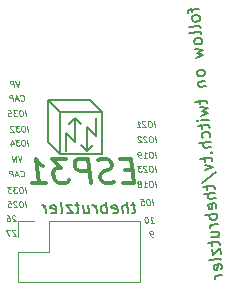
<source format=gbr>
%TF.GenerationSoftware,KiCad,Pcbnew,(5.99.0-10506-gb986797469)*%
%TF.CreationDate,2021-09-09T23:38:44+02:00*%
%TF.ProjectId,ESP31,45535033-312e-46b6-9963-61645f706362,rev?*%
%TF.SameCoordinates,Original*%
%TF.FileFunction,Legend,Bot*%
%TF.FilePolarity,Positive*%
%FSLAX46Y46*%
G04 Gerber Fmt 4.6, Leading zero omitted, Abs format (unit mm)*
G04 Created by KiCad (PCBNEW (5.99.0-10506-gb986797469)) date 2021-09-09 23:38:44*
%MOMM*%
%LPD*%
G01*
G04 APERTURE LIST*
%ADD10C,0.100000*%
%ADD11C,0.300000*%
%ADD12C,0.200000*%
%ADD13C,0.150000*%
%ADD14C,0.120000*%
G04 APERTURE END LIST*
D10*
X106350907Y-99178571D02*
X106377693Y-99202380D01*
X106452098Y-99226190D01*
X106499717Y-99226190D01*
X106568169Y-99202380D01*
X106609836Y-99154761D01*
X106627693Y-99107142D01*
X106639598Y-99011904D01*
X106630669Y-98940476D01*
X106594955Y-98845238D01*
X106565193Y-98797619D01*
X106511622Y-98750000D01*
X106437217Y-98726190D01*
X106389598Y-98726190D01*
X106321145Y-98750000D01*
X106300312Y-98773809D01*
X106148526Y-99083333D02*
X105910431Y-99083333D01*
X106214002Y-99226190D02*
X105984836Y-98726190D01*
X105880669Y-99226190D01*
X105714002Y-99226190D02*
X105651502Y-98726190D01*
X105461026Y-98726190D01*
X105416383Y-98750000D01*
X105395550Y-98773809D01*
X105377693Y-98821428D01*
X105386622Y-98892857D01*
X105416383Y-98940476D01*
X105443169Y-98964285D01*
X105493764Y-98988095D01*
X105684241Y-98988095D01*
X106785431Y-108226190D02*
X106722931Y-107726190D01*
X106389598Y-107726190D02*
X106294360Y-107726190D01*
X106249717Y-107750000D01*
X106208050Y-107797619D01*
X106196145Y-107892857D01*
X106216979Y-108059523D01*
X106252693Y-108154761D01*
X106306264Y-108202380D01*
X106356860Y-108226190D01*
X106452098Y-108226190D01*
X106496741Y-108202380D01*
X106538407Y-108154761D01*
X106550312Y-108059523D01*
X106529479Y-107892857D01*
X106493764Y-107797619D01*
X106440193Y-107750000D01*
X106389598Y-107726190D01*
X105990788Y-107773809D02*
X105964002Y-107750000D01*
X105913407Y-107726190D01*
X105794360Y-107726190D01*
X105749717Y-107750000D01*
X105728883Y-107773809D01*
X105711026Y-107821428D01*
X105716979Y-107869047D01*
X105749717Y-107940476D01*
X106071145Y-108226190D01*
X105761622Y-108226190D01*
X105246741Y-107726190D02*
X105484836Y-107726190D01*
X105538407Y-107964285D01*
X105511622Y-107940476D01*
X105461026Y-107916666D01*
X105341979Y-107916666D01*
X105297336Y-107940476D01*
X105276502Y-107964285D01*
X105258645Y-108011904D01*
X105273526Y-108130952D01*
X105303288Y-108178571D01*
X105330074Y-108202380D01*
X105380669Y-108226190D01*
X105499717Y-108226190D01*
X105544360Y-108202380D01*
X105565193Y-108178571D01*
X117542574Y-110726190D02*
X117447336Y-110726190D01*
X117396741Y-110702380D01*
X117369955Y-110678571D01*
X117313407Y-110607142D01*
X117277693Y-110511904D01*
X117253883Y-110321428D01*
X117271741Y-110273809D01*
X117292574Y-110250000D01*
X117337217Y-110226190D01*
X117432455Y-110226190D01*
X117483050Y-110250000D01*
X117509836Y-110273809D01*
X117539598Y-110321428D01*
X117554479Y-110440476D01*
X117536622Y-110488095D01*
X117515788Y-110511904D01*
X117471145Y-110535714D01*
X117375907Y-110535714D01*
X117325312Y-110511904D01*
X117298526Y-110488095D01*
X117268764Y-110440476D01*
X106350907Y-105578571D02*
X106377693Y-105602380D01*
X106452098Y-105626190D01*
X106499717Y-105626190D01*
X106568169Y-105602380D01*
X106609836Y-105554761D01*
X106627693Y-105507142D01*
X106639598Y-105411904D01*
X106630669Y-105340476D01*
X106594955Y-105245238D01*
X106565193Y-105197619D01*
X106511622Y-105150000D01*
X106437217Y-105126190D01*
X106389598Y-105126190D01*
X106321145Y-105150000D01*
X106300312Y-105173809D01*
X106148526Y-105483333D02*
X105910431Y-105483333D01*
X106214002Y-105626190D02*
X105984836Y-105126190D01*
X105880669Y-105626190D01*
X105714002Y-105626190D02*
X105651502Y-105126190D01*
X105461026Y-105126190D01*
X105416383Y-105150000D01*
X105395550Y-105173809D01*
X105377693Y-105221428D01*
X105386622Y-105292857D01*
X105416383Y-105340476D01*
X105443169Y-105364285D01*
X105493764Y-105388095D01*
X105684241Y-105388095D01*
X106785431Y-100526190D02*
X106722931Y-100026190D01*
X106389598Y-100026190D02*
X106294360Y-100026190D01*
X106249717Y-100050000D01*
X106208050Y-100097619D01*
X106196145Y-100192857D01*
X106216979Y-100359523D01*
X106252693Y-100454761D01*
X106306264Y-100502380D01*
X106356860Y-100526190D01*
X106452098Y-100526190D01*
X106496741Y-100502380D01*
X106538407Y-100454761D01*
X106550312Y-100359523D01*
X106529479Y-100192857D01*
X106493764Y-100097619D01*
X106440193Y-100050000D01*
X106389598Y-100026190D01*
X106008645Y-100026190D02*
X105699122Y-100026190D01*
X105889598Y-100216666D01*
X105818169Y-100216666D01*
X105773526Y-100240476D01*
X105752693Y-100264285D01*
X105734836Y-100311904D01*
X105749717Y-100430952D01*
X105779479Y-100478571D01*
X105806264Y-100502380D01*
X105856860Y-100526190D01*
X105999717Y-100526190D01*
X106044360Y-100502380D01*
X106065193Y-100478571D01*
X105246741Y-100026190D02*
X105484836Y-100026190D01*
X105538407Y-100264285D01*
X105511622Y-100240476D01*
X105461026Y-100216666D01*
X105341979Y-100216666D01*
X105297336Y-100240476D01*
X105276502Y-100264285D01*
X105258645Y-100311904D01*
X105273526Y-100430952D01*
X105303288Y-100478571D01*
X105330074Y-100502380D01*
X105380669Y-100526190D01*
X105499717Y-100526190D01*
X105544360Y-100502380D01*
X105565193Y-100478571D01*
D11*
X115844107Y-105107142D02*
X115177440Y-105107142D01*
X115022678Y-106154761D02*
X115975059Y-106154761D01*
X115725059Y-104154761D01*
X114772678Y-104154761D01*
X114248869Y-106059523D02*
X113975059Y-106154761D01*
X113498869Y-106154761D01*
X113296488Y-106059523D01*
X113189345Y-105964285D01*
X113070297Y-105773809D01*
X113046488Y-105583333D01*
X113117916Y-105392857D01*
X113201250Y-105297619D01*
X113379821Y-105202380D01*
X113748869Y-105107142D01*
X113927440Y-105011904D01*
X114010773Y-104916666D01*
X114082202Y-104726190D01*
X114058392Y-104535714D01*
X113939345Y-104345238D01*
X113832202Y-104250000D01*
X113629821Y-104154761D01*
X113153630Y-104154761D01*
X112879821Y-104250000D01*
X112260773Y-106154761D02*
X112010773Y-104154761D01*
X111248869Y-104154761D01*
X111070297Y-104250000D01*
X110986964Y-104345238D01*
X110915535Y-104535714D01*
X110951250Y-104821428D01*
X111070297Y-105011904D01*
X111177440Y-105107142D01*
X111379821Y-105202380D01*
X112141726Y-105202380D01*
X110201250Y-104154761D02*
X108963154Y-104154761D01*
X109725059Y-104916666D01*
X109439345Y-104916666D01*
X109260773Y-105011904D01*
X109177440Y-105107142D01*
X109106011Y-105297619D01*
X109165535Y-105773809D01*
X109284583Y-105964285D01*
X109391726Y-106059523D01*
X109594107Y-106154761D01*
X110165535Y-106154761D01*
X110344107Y-106059523D01*
X110427440Y-105964285D01*
X107308392Y-106154761D02*
X108451250Y-106154761D01*
X107879821Y-106154761D02*
X107629821Y-104154761D01*
X107856011Y-104440476D01*
X108070297Y-104630952D01*
X108272678Y-104726190D01*
D12*
X116067529Y-108085714D02*
X115686577Y-108085714D01*
X115883005Y-107752380D02*
X115990148Y-108609523D01*
X115954434Y-108704761D01*
X115865148Y-108752380D01*
X115769910Y-108752380D01*
X115436577Y-108752380D02*
X115311577Y-107752380D01*
X115008005Y-108752380D02*
X114942529Y-108228571D01*
X114978244Y-108133333D01*
X115067529Y-108085714D01*
X115210386Y-108085714D01*
X115311577Y-108133333D01*
X115365148Y-108180952D01*
X114144910Y-108704761D02*
X114246101Y-108752380D01*
X114436577Y-108752380D01*
X114525863Y-108704761D01*
X114561577Y-108609523D01*
X114513958Y-108228571D01*
X114454434Y-108133333D01*
X114353244Y-108085714D01*
X114162767Y-108085714D01*
X114073482Y-108133333D01*
X114037767Y-108228571D01*
X114049672Y-108323809D01*
X114537767Y-108419047D01*
X113674672Y-108752380D02*
X113549672Y-107752380D01*
X113597291Y-108133333D02*
X113496101Y-108085714D01*
X113305625Y-108085714D01*
X113216339Y-108133333D01*
X113174672Y-108180952D01*
X113138958Y-108276190D01*
X113174672Y-108561904D01*
X113234196Y-108657142D01*
X113287767Y-108704761D01*
X113388958Y-108752380D01*
X113579434Y-108752380D01*
X113668720Y-108704761D01*
X112769910Y-108752380D02*
X112686577Y-108085714D01*
X112710386Y-108276190D02*
X112650863Y-108180952D01*
X112597291Y-108133333D01*
X112496101Y-108085714D01*
X112400863Y-108085714D01*
X111638958Y-108085714D02*
X111722291Y-108752380D01*
X112067529Y-108085714D02*
X112133005Y-108609523D01*
X112097291Y-108704761D01*
X112008005Y-108752380D01*
X111865148Y-108752380D01*
X111763958Y-108704761D01*
X111710386Y-108657142D01*
X111305625Y-108085714D02*
X110924672Y-108085714D01*
X111121101Y-107752380D02*
X111228244Y-108609523D01*
X111192529Y-108704761D01*
X111103244Y-108752380D01*
X111008005Y-108752380D01*
X110686577Y-108085714D02*
X110162767Y-108085714D01*
X110769910Y-108752380D01*
X110246101Y-108752380D01*
X109722291Y-108752380D02*
X109811577Y-108704761D01*
X109847291Y-108609523D01*
X109740148Y-107752380D01*
X108954434Y-108704761D02*
X109055625Y-108752380D01*
X109246101Y-108752380D01*
X109335386Y-108704761D01*
X109371101Y-108609523D01*
X109323482Y-108228571D01*
X109263958Y-108133333D01*
X109162767Y-108085714D01*
X108972291Y-108085714D01*
X108883005Y-108133333D01*
X108847291Y-108228571D01*
X108859196Y-108323809D01*
X109347291Y-108419047D01*
X108484196Y-108752380D02*
X108400863Y-108085714D01*
X108424672Y-108276190D02*
X108365148Y-108180952D01*
X108311577Y-108133333D01*
X108210386Y-108085714D01*
X108115148Y-108085714D01*
D10*
X117785431Y-106526190D02*
X117722931Y-106026190D01*
X117389598Y-106026190D02*
X117294360Y-106026190D01*
X117249717Y-106050000D01*
X117208050Y-106097619D01*
X117196145Y-106192857D01*
X117216979Y-106359523D01*
X117252693Y-106454761D01*
X117306264Y-106502380D01*
X117356860Y-106526190D01*
X117452098Y-106526190D01*
X117496741Y-106502380D01*
X117538407Y-106454761D01*
X117550312Y-106359523D01*
X117529479Y-106192857D01*
X117493764Y-106097619D01*
X117440193Y-106050000D01*
X117389598Y-106026190D01*
X116761622Y-106526190D02*
X117047336Y-106526190D01*
X116904479Y-106526190D02*
X116841979Y-106026190D01*
X116898526Y-106097619D01*
X116952098Y-106145238D01*
X117002693Y-106169047D01*
X116440193Y-106240476D02*
X116484836Y-106216666D01*
X116505669Y-106192857D01*
X116523526Y-106145238D01*
X116520550Y-106121428D01*
X116490788Y-106073809D01*
X116464002Y-106050000D01*
X116413407Y-106026190D01*
X116318169Y-106026190D01*
X116273526Y-106050000D01*
X116252693Y-106073809D01*
X116234836Y-106121428D01*
X116237812Y-106145238D01*
X116267574Y-106192857D01*
X116294360Y-106216666D01*
X116344955Y-106240476D01*
X116440193Y-106240476D01*
X116490788Y-106264285D01*
X116517574Y-106288095D01*
X116547336Y-106335714D01*
X116559241Y-106430952D01*
X116541383Y-106478571D01*
X116520550Y-106502380D01*
X116475907Y-106526190D01*
X116380669Y-106526190D01*
X116330074Y-106502380D01*
X116303288Y-106478571D01*
X116273526Y-106430952D01*
X116261622Y-106335714D01*
X116279479Y-106288095D01*
X116300312Y-106264285D01*
X116344955Y-106240476D01*
X106985431Y-101826190D02*
X106922931Y-101326190D01*
X106589598Y-101326190D02*
X106494360Y-101326190D01*
X106449717Y-101350000D01*
X106408050Y-101397619D01*
X106396145Y-101492857D01*
X106416979Y-101659523D01*
X106452693Y-101754761D01*
X106506264Y-101802380D01*
X106556860Y-101826190D01*
X106652098Y-101826190D01*
X106696741Y-101802380D01*
X106738407Y-101754761D01*
X106750312Y-101659523D01*
X106729479Y-101492857D01*
X106693764Y-101397619D01*
X106640193Y-101350000D01*
X106589598Y-101326190D01*
X106208645Y-101326190D02*
X105899122Y-101326190D01*
X106089598Y-101516666D01*
X106018169Y-101516666D01*
X105973526Y-101540476D01*
X105952693Y-101564285D01*
X105934836Y-101611904D01*
X105949717Y-101730952D01*
X105979479Y-101778571D01*
X106006264Y-101802380D01*
X106056860Y-101826190D01*
X106199717Y-101826190D01*
X106244360Y-101802380D01*
X106265193Y-101778571D01*
X105714598Y-101373809D02*
X105687812Y-101350000D01*
X105637217Y-101326190D01*
X105518169Y-101326190D01*
X105473526Y-101350000D01*
X105452693Y-101373809D01*
X105434836Y-101421428D01*
X105440788Y-101469047D01*
X105473526Y-101540476D01*
X105794955Y-101826190D01*
X105485431Y-101826190D01*
X106985431Y-103026190D02*
X106922931Y-102526190D01*
X106589598Y-102526190D02*
X106494360Y-102526190D01*
X106449717Y-102550000D01*
X106408050Y-102597619D01*
X106396145Y-102692857D01*
X106416979Y-102859523D01*
X106452693Y-102954761D01*
X106506264Y-103002380D01*
X106556860Y-103026190D01*
X106652098Y-103026190D01*
X106696741Y-103002380D01*
X106738407Y-102954761D01*
X106750312Y-102859523D01*
X106729479Y-102692857D01*
X106693764Y-102597619D01*
X106640193Y-102550000D01*
X106589598Y-102526190D01*
X106208645Y-102526190D02*
X105899122Y-102526190D01*
X106089598Y-102716666D01*
X106018169Y-102716666D01*
X105973526Y-102740476D01*
X105952693Y-102764285D01*
X105934836Y-102811904D01*
X105949717Y-102930952D01*
X105979479Y-102978571D01*
X106006264Y-103002380D01*
X106056860Y-103026190D01*
X106199717Y-103026190D01*
X106244360Y-103002380D01*
X106265193Y-102978571D01*
X105491383Y-102692857D02*
X105533050Y-103026190D01*
X105586622Y-102502380D02*
X105750312Y-102859523D01*
X105440788Y-102859523D01*
X117342574Y-109526190D02*
X117628288Y-109526190D01*
X117485431Y-109526190D02*
X117422931Y-109026190D01*
X117479479Y-109097619D01*
X117533050Y-109145238D01*
X117583645Y-109169047D01*
X116970550Y-109026190D02*
X116922931Y-109026190D01*
X116878288Y-109050000D01*
X116857455Y-109073809D01*
X116839598Y-109121428D01*
X116827693Y-109216666D01*
X116842574Y-109335714D01*
X116878288Y-109430952D01*
X116908050Y-109478571D01*
X116934836Y-109502380D01*
X116985431Y-109526190D01*
X117033050Y-109526190D01*
X117077693Y-109502380D01*
X117098526Y-109478571D01*
X117116383Y-109430952D01*
X117128288Y-109335714D01*
X117113407Y-109216666D01*
X117077693Y-109121428D01*
X117047931Y-109073809D01*
X117021145Y-109050000D01*
X116970550Y-109026190D01*
X106201502Y-97526190D02*
X106097336Y-98026190D01*
X105868169Y-97526190D01*
X105764002Y-98026190D02*
X105701502Y-97526190D01*
X105511026Y-97526190D01*
X105466383Y-97550000D01*
X105445550Y-97573809D01*
X105427693Y-97621428D01*
X105436622Y-97692857D01*
X105466383Y-97740476D01*
X105493169Y-97764285D01*
X105543764Y-97788095D01*
X105734241Y-97788095D01*
X105891741Y-108973809D02*
X105864955Y-108950000D01*
X105814360Y-108926190D01*
X105695312Y-108926190D01*
X105650669Y-108950000D01*
X105629836Y-108973809D01*
X105611979Y-109021428D01*
X105617931Y-109069047D01*
X105650669Y-109140476D01*
X105972098Y-109426190D01*
X105662574Y-109426190D01*
X105171502Y-108926190D02*
X105266741Y-108926190D01*
X105317336Y-108950000D01*
X105344122Y-108973809D01*
X105400669Y-109045238D01*
X105436383Y-109140476D01*
X105460193Y-109330952D01*
X105442336Y-109378571D01*
X105421502Y-109402380D01*
X105376860Y-109426190D01*
X105281622Y-109426190D01*
X105231026Y-109402380D01*
X105204241Y-109378571D01*
X105174479Y-109330952D01*
X105159598Y-109211904D01*
X105177455Y-109164285D01*
X105198288Y-109140476D01*
X105242931Y-109116666D01*
X105338169Y-109116666D01*
X105388764Y-109140476D01*
X105415550Y-109164285D01*
X105445312Y-109211904D01*
X105901741Y-110183809D02*
X105874955Y-110160000D01*
X105824360Y-110136190D01*
X105705312Y-110136190D01*
X105660669Y-110160000D01*
X105639836Y-110183809D01*
X105621979Y-110231428D01*
X105627931Y-110279047D01*
X105660669Y-110350476D01*
X105982098Y-110636190D01*
X105672574Y-110636190D01*
X105443407Y-110136190D02*
X105110074Y-110136190D01*
X105386860Y-110636190D01*
X117547336Y-108026190D02*
X117484836Y-107526190D01*
X117151502Y-107526190D02*
X117056264Y-107526190D01*
X117011622Y-107550000D01*
X116969955Y-107597619D01*
X116958050Y-107692857D01*
X116978883Y-107859523D01*
X117014598Y-107954761D01*
X117068169Y-108002380D01*
X117118764Y-108026190D01*
X117214002Y-108026190D01*
X117258645Y-108002380D01*
X117300312Y-107954761D01*
X117312217Y-107859523D01*
X117291383Y-107692857D01*
X117255669Y-107597619D01*
X117202098Y-107550000D01*
X117151502Y-107526190D01*
X116484836Y-107526190D02*
X116722931Y-107526190D01*
X116776502Y-107764285D01*
X116749717Y-107740476D01*
X116699122Y-107716666D01*
X116580074Y-107716666D01*
X116535431Y-107740476D01*
X116514598Y-107764285D01*
X116496741Y-107811904D01*
X116511622Y-107930952D01*
X116541383Y-107978571D01*
X116568169Y-108002380D01*
X116618764Y-108026190D01*
X116737812Y-108026190D01*
X116782455Y-108002380D01*
X116803288Y-107978571D01*
X117685431Y-101426190D02*
X117622931Y-100926190D01*
X117289598Y-100926190D02*
X117194360Y-100926190D01*
X117149717Y-100950000D01*
X117108050Y-100997619D01*
X117096145Y-101092857D01*
X117116979Y-101259523D01*
X117152693Y-101354761D01*
X117206264Y-101402380D01*
X117256860Y-101426190D01*
X117352098Y-101426190D01*
X117396741Y-101402380D01*
X117438407Y-101354761D01*
X117450312Y-101259523D01*
X117429479Y-101092857D01*
X117393764Y-100997619D01*
X117340193Y-100950000D01*
X117289598Y-100926190D01*
X116890788Y-100973809D02*
X116864002Y-100950000D01*
X116813407Y-100926190D01*
X116694360Y-100926190D01*
X116649717Y-100950000D01*
X116628883Y-100973809D01*
X116611026Y-101021428D01*
X116616979Y-101069047D01*
X116649717Y-101140476D01*
X116971145Y-101426190D01*
X116661622Y-101426190D01*
X116185431Y-101426190D02*
X116471145Y-101426190D01*
X116328288Y-101426190D02*
X116265788Y-100926190D01*
X116322336Y-100997619D01*
X116375907Y-101045238D01*
X116426502Y-101069047D01*
X117785431Y-104026190D02*
X117722931Y-103526190D01*
X117389598Y-103526190D02*
X117294360Y-103526190D01*
X117249717Y-103550000D01*
X117208050Y-103597619D01*
X117196145Y-103692857D01*
X117216979Y-103859523D01*
X117252693Y-103954761D01*
X117306264Y-104002380D01*
X117356860Y-104026190D01*
X117452098Y-104026190D01*
X117496741Y-104002380D01*
X117538407Y-103954761D01*
X117550312Y-103859523D01*
X117529479Y-103692857D01*
X117493764Y-103597619D01*
X117440193Y-103550000D01*
X117389598Y-103526190D01*
X116761622Y-104026190D02*
X117047336Y-104026190D01*
X116904479Y-104026190D02*
X116841979Y-103526190D01*
X116898526Y-103597619D01*
X116952098Y-103645238D01*
X117002693Y-103669047D01*
X116523526Y-104026190D02*
X116428288Y-104026190D01*
X116377693Y-104002380D01*
X116350907Y-103978571D01*
X116294360Y-103907142D01*
X116258645Y-103811904D01*
X116234836Y-103621428D01*
X116252693Y-103573809D01*
X116273526Y-103550000D01*
X116318169Y-103526190D01*
X116413407Y-103526190D01*
X116464002Y-103550000D01*
X116490788Y-103573809D01*
X116520550Y-103621428D01*
X116535431Y-103740476D01*
X116517574Y-103788095D01*
X116496741Y-103811904D01*
X116452098Y-103835714D01*
X116356860Y-103835714D01*
X116306264Y-103811904D01*
X116279479Y-103788095D01*
X116249717Y-103740476D01*
D13*
X120782163Y-91338718D02*
X120815365Y-91718221D01*
X121458744Y-91422927D02*
X120604862Y-91497632D01*
X120514137Y-91553371D01*
X120475000Y-91652397D01*
X120483300Y-91747272D01*
X121520998Y-92134495D02*
X121465259Y-92043770D01*
X121413671Y-92000482D01*
X121314645Y-91961345D01*
X121030018Y-91986246D01*
X120939293Y-92041985D01*
X120896005Y-92093573D01*
X120856868Y-92192599D01*
X120869319Y-92334912D01*
X120925057Y-92425638D01*
X120976645Y-92468925D01*
X121075671Y-92508063D01*
X121360298Y-92483161D01*
X121451024Y-92427423D01*
X121494311Y-92375835D01*
X121533449Y-92276809D01*
X121520998Y-92134495D01*
X121599853Y-93035814D02*
X121544115Y-92945089D01*
X121445089Y-92905951D01*
X120591207Y-92980656D01*
X121645506Y-93557630D02*
X121589768Y-93466905D01*
X121490742Y-93427768D01*
X120636860Y-93502473D01*
X121691159Y-94079447D02*
X121635421Y-93988721D01*
X121583832Y-93945434D01*
X121484806Y-93906296D01*
X121200179Y-93931198D01*
X121109454Y-93986936D01*
X121066166Y-94038525D01*
X121027029Y-94137551D01*
X121039480Y-94279864D01*
X121095218Y-94370589D01*
X121146806Y-94413877D01*
X121245832Y-94453014D01*
X121530460Y-94428113D01*
X121621185Y-94372374D01*
X121664472Y-94320786D01*
X121703610Y-94221760D01*
X121691159Y-94079447D01*
X121085133Y-94801680D02*
X121765864Y-94933328D01*
X121308087Y-95164582D01*
X121799066Y-95312831D01*
X121151537Y-95560686D01*
X121927725Y-96783404D02*
X121871986Y-96692678D01*
X121820398Y-96649391D01*
X121721372Y-96610253D01*
X121436745Y-96635155D01*
X121346020Y-96690893D01*
X121302732Y-96742482D01*
X121263595Y-96841508D01*
X121276046Y-96983821D01*
X121331784Y-97074546D01*
X121383372Y-97117834D01*
X121482398Y-97156971D01*
X121767025Y-97132070D01*
X121857751Y-97076331D01*
X121901038Y-97024743D01*
X121940175Y-96925717D01*
X121927725Y-96783404D01*
X121329999Y-97600513D02*
X121994129Y-97542409D01*
X121424875Y-97592212D02*
X121381587Y-97643801D01*
X121342450Y-97742827D01*
X121354901Y-97885140D01*
X121410639Y-97975865D01*
X121509665Y-98015003D01*
X122031481Y-97969350D01*
X121462808Y-99118524D02*
X121496010Y-99498027D01*
X121143194Y-99289889D02*
X121997075Y-99215185D01*
X122096101Y-99254322D01*
X122151839Y-99345047D01*
X122160140Y-99439923D01*
X121516761Y-99735216D02*
X122197492Y-99866863D01*
X121739715Y-100098118D01*
X122230695Y-100246366D01*
X121583166Y-100494221D01*
X122280498Y-100815620D02*
X121616368Y-100873724D01*
X121284303Y-100902776D02*
X121327591Y-100851188D01*
X121379179Y-100894476D01*
X121335891Y-100946064D01*
X121284303Y-100902776D01*
X121379179Y-100894476D01*
X121645420Y-101205789D02*
X121678622Y-101585292D01*
X121325806Y-101377155D02*
X122179687Y-101302450D01*
X122278713Y-101341587D01*
X122334451Y-101432312D01*
X122342752Y-101527188D01*
X122361718Y-102290344D02*
X122400856Y-102191318D01*
X122384255Y-102001566D01*
X122328516Y-101910841D01*
X122276928Y-101867553D01*
X122177902Y-101828416D01*
X121893275Y-101853318D01*
X121802550Y-101909056D01*
X121759262Y-101960644D01*
X121720125Y-102059670D01*
X121736726Y-102249422D01*
X121792464Y-102340147D01*
X122446509Y-102713134D02*
X121450314Y-102800290D01*
X122483861Y-103140075D02*
X121962045Y-103185728D01*
X121863019Y-103146590D01*
X121807281Y-103055865D01*
X121794830Y-102913551D01*
X121833967Y-102814525D01*
X121877255Y-102762937D01*
X122430488Y-103622754D02*
X122482076Y-103666041D01*
X122525364Y-103614453D01*
X122473776Y-103571166D01*
X122430488Y-103622754D01*
X122525364Y-103614453D01*
X121890286Y-104004622D02*
X121923488Y-104384125D01*
X121570672Y-104175987D02*
X122424553Y-104101282D01*
X122523579Y-104140420D01*
X122579317Y-104231145D01*
X122587618Y-104326021D01*
X121944240Y-104621314D02*
X122629121Y-104800399D01*
X121985742Y-105095692D01*
X121701696Y-106219965D02*
X122907813Y-105254026D01*
X122097800Y-106376514D02*
X122131002Y-106756017D01*
X121778186Y-106547879D02*
X122632067Y-106473174D01*
X122731093Y-106512312D01*
X122786831Y-106603037D01*
X122795132Y-106697913D01*
X122824184Y-107029978D02*
X121827989Y-107117133D01*
X122861536Y-107456918D02*
X122339720Y-107502571D01*
X122240694Y-107463434D01*
X122184955Y-107372709D01*
X122172505Y-107230395D01*
X122211642Y-107131369D01*
X122254930Y-107079781D01*
X122888803Y-108314950D02*
X122927940Y-108215924D01*
X122911339Y-108026172D01*
X122855601Y-107935447D01*
X122756575Y-107896310D01*
X122377072Y-107929512D01*
X122286347Y-107985250D01*
X122247210Y-108084276D01*
X122263811Y-108274028D01*
X122319549Y-108364753D01*
X122418575Y-108403890D01*
X122513451Y-108395590D01*
X122566824Y-107912911D01*
X122977744Y-108785178D02*
X121981549Y-108872334D01*
X122361052Y-108839131D02*
X122321914Y-108938157D01*
X122338516Y-109127909D01*
X122394254Y-109218634D01*
X122445842Y-109261922D01*
X122544868Y-109301059D01*
X122829495Y-109276157D01*
X122920221Y-109220419D01*
X122963508Y-109168831D01*
X123002645Y-109069805D01*
X122986044Y-108880054D01*
X122930306Y-108789328D01*
X123056599Y-109686497D02*
X122392469Y-109744601D01*
X122582221Y-109728000D02*
X122491495Y-109783738D01*
X122448208Y-109835326D01*
X122409070Y-109934352D01*
X122417371Y-110029228D01*
X122483775Y-110788233D02*
X123147905Y-110730129D01*
X122446423Y-110361293D02*
X122968239Y-110315640D01*
X123067265Y-110354777D01*
X123123003Y-110445502D01*
X123135454Y-110587816D01*
X123096317Y-110686842D01*
X123053029Y-110738430D01*
X122512827Y-111120298D02*
X122546029Y-111499801D01*
X122193213Y-111291664D02*
X123047094Y-111216959D01*
X123146120Y-111256096D01*
X123201859Y-111346821D01*
X123210159Y-111441697D01*
X122566781Y-111736990D02*
X122612434Y-112258806D01*
X123230910Y-111678886D01*
X123276563Y-112200703D01*
X123322216Y-112722519D02*
X123266478Y-112631793D01*
X123167452Y-112592656D01*
X122313571Y-112667361D01*
X123341183Y-113485675D02*
X123380320Y-113386649D01*
X123363719Y-113196897D01*
X123307981Y-113106172D01*
X123208955Y-113067035D01*
X122829452Y-113100237D01*
X122738727Y-113155975D01*
X122699589Y-113255001D01*
X122716190Y-113444753D01*
X122771929Y-113535478D01*
X122870955Y-113574615D01*
X122965830Y-113566315D01*
X123019203Y-113083636D01*
X123430124Y-113955903D02*
X122765994Y-114014007D01*
X122955745Y-113997406D02*
X122865020Y-114053144D01*
X122821732Y-114104732D01*
X122782595Y-114203758D01*
X122790895Y-114298634D01*
D10*
X117785431Y-105226190D02*
X117722931Y-104726190D01*
X117389598Y-104726190D02*
X117294360Y-104726190D01*
X117249717Y-104750000D01*
X117208050Y-104797619D01*
X117196145Y-104892857D01*
X117216979Y-105059523D01*
X117252693Y-105154761D01*
X117306264Y-105202380D01*
X117356860Y-105226190D01*
X117452098Y-105226190D01*
X117496741Y-105202380D01*
X117538407Y-105154761D01*
X117550312Y-105059523D01*
X117529479Y-104892857D01*
X117493764Y-104797619D01*
X117440193Y-104750000D01*
X117389598Y-104726190D01*
X116990788Y-104773809D02*
X116964002Y-104750000D01*
X116913407Y-104726190D01*
X116794360Y-104726190D01*
X116749717Y-104750000D01*
X116728883Y-104773809D01*
X116711026Y-104821428D01*
X116716979Y-104869047D01*
X116749717Y-104940476D01*
X117071145Y-105226190D01*
X116761622Y-105226190D01*
X116532455Y-104726190D02*
X116222931Y-104726190D01*
X116413407Y-104916666D01*
X116341979Y-104916666D01*
X116297336Y-104940476D01*
X116276502Y-104964285D01*
X116258645Y-105011904D01*
X116273526Y-105130952D01*
X116303288Y-105178571D01*
X116330074Y-105202380D01*
X116380669Y-105226190D01*
X116523526Y-105226190D01*
X116568169Y-105202380D01*
X116589002Y-105178571D01*
X117785431Y-102726190D02*
X117722931Y-102226190D01*
X117389598Y-102226190D02*
X117294360Y-102226190D01*
X117249717Y-102250000D01*
X117208050Y-102297619D01*
X117196145Y-102392857D01*
X117216979Y-102559523D01*
X117252693Y-102654761D01*
X117306264Y-102702380D01*
X117356860Y-102726190D01*
X117452098Y-102726190D01*
X117496741Y-102702380D01*
X117538407Y-102654761D01*
X117550312Y-102559523D01*
X117529479Y-102392857D01*
X117493764Y-102297619D01*
X117440193Y-102250000D01*
X117389598Y-102226190D01*
X116990788Y-102273809D02*
X116964002Y-102250000D01*
X116913407Y-102226190D01*
X116794360Y-102226190D01*
X116749717Y-102250000D01*
X116728883Y-102273809D01*
X116711026Y-102321428D01*
X116716979Y-102369047D01*
X116749717Y-102440476D01*
X117071145Y-102726190D01*
X116761622Y-102726190D01*
X116514598Y-102273809D02*
X116487812Y-102250000D01*
X116437217Y-102226190D01*
X116318169Y-102226190D01*
X116273526Y-102250000D01*
X116252693Y-102273809D01*
X116234836Y-102321428D01*
X116240788Y-102369047D01*
X116273526Y-102440476D01*
X116594955Y-102726190D01*
X116285431Y-102726190D01*
X106413407Y-103926190D02*
X106309241Y-104426190D01*
X106080074Y-103926190D01*
X105975907Y-104426190D02*
X105913407Y-103926190D01*
X105690193Y-104426190D01*
X105627693Y-103926190D01*
X106785431Y-107026190D02*
X106722931Y-106526190D01*
X106389598Y-106526190D02*
X106294360Y-106526190D01*
X106249717Y-106550000D01*
X106208050Y-106597619D01*
X106196145Y-106692857D01*
X106216979Y-106859523D01*
X106252693Y-106954761D01*
X106306264Y-107002380D01*
X106356860Y-107026190D01*
X106452098Y-107026190D01*
X106496741Y-107002380D01*
X106538407Y-106954761D01*
X106550312Y-106859523D01*
X106529479Y-106692857D01*
X106493764Y-106597619D01*
X106440193Y-106550000D01*
X106389598Y-106526190D01*
X106008645Y-106526190D02*
X105699122Y-106526190D01*
X105889598Y-106716666D01*
X105818169Y-106716666D01*
X105773526Y-106740476D01*
X105752693Y-106764285D01*
X105734836Y-106811904D01*
X105749717Y-106930952D01*
X105779479Y-106978571D01*
X105806264Y-107002380D01*
X105856860Y-107026190D01*
X105999717Y-107026190D01*
X106044360Y-107002380D01*
X106065193Y-106978571D01*
X105532455Y-106526190D02*
X105222931Y-106526190D01*
X105413407Y-106716666D01*
X105341979Y-106716666D01*
X105297336Y-106740476D01*
X105276502Y-106764285D01*
X105258645Y-106811904D01*
X105273526Y-106930952D01*
X105303288Y-106978571D01*
X105330074Y-107002380D01*
X105380669Y-107026190D01*
X105523526Y-107026190D01*
X105568169Y-107002380D01*
X105589002Y-106978571D01*
D14*
%TO.C,J1*%
X106130000Y-111995000D02*
X106130000Y-114595000D01*
X107460000Y-109395000D02*
X106130000Y-109395000D01*
X106130000Y-114595000D02*
X116410000Y-114595000D01*
X108730000Y-109395000D02*
X116410000Y-109395000D01*
X116410000Y-109395000D02*
X116410000Y-114595000D01*
X108730000Y-111995000D02*
X106130000Y-111995000D01*
X108730000Y-109395000D02*
X108730000Y-111995000D01*
X106130000Y-109395000D02*
X106130000Y-110725000D01*
D13*
%TO.C,SM3*%
X108678000Y-102734000D02*
X108678000Y-99178000D01*
X111980000Y-103496000D02*
X112488000Y-102988000D01*
X110202000Y-103496000D02*
X110202000Y-101972000D01*
X108678000Y-99178000D02*
X112234000Y-99178000D01*
X109694000Y-100194000D02*
X108678000Y-99178000D01*
X109694000Y-100194000D02*
X113250000Y-100194000D01*
X111980000Y-101464000D02*
X111980000Y-103496000D01*
X111980000Y-103496000D02*
X111472000Y-102988000D01*
X112742000Y-100702000D02*
X112742000Y-102226000D01*
X108678000Y-99178000D02*
X109694000Y-100194000D01*
X110964000Y-102734000D02*
X110964000Y-100702000D01*
X110964000Y-100702000D02*
X110456000Y-101210000D01*
X113250000Y-102607000D02*
X113250000Y-103750000D01*
X112234000Y-99178000D02*
X113250000Y-100194000D01*
X113250000Y-103750000D02*
X109694000Y-103750000D01*
X113250000Y-100194000D02*
X113250000Y-102607000D01*
X112742000Y-102226000D02*
X111980000Y-101464000D01*
X110964000Y-100702000D02*
X111472000Y-101210000D01*
X109694000Y-103750000D02*
X108678000Y-102734000D01*
X110202000Y-101972000D02*
X110964000Y-102734000D01*
X109694000Y-103750000D02*
X109694000Y-100194000D01*
%TD*%
M02*

</source>
